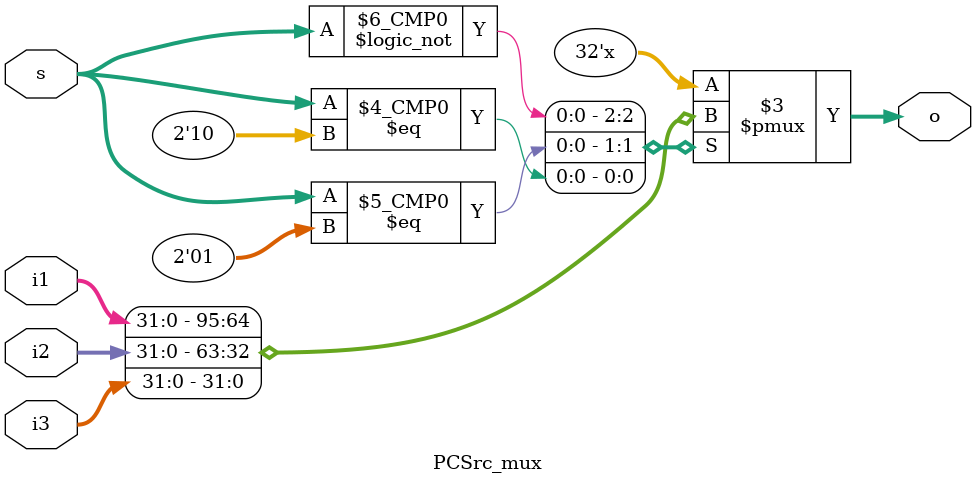
<source format=v>
`timescale 1ns / 1ps


module PCSrc_mux(
    input [1:0] s,
    input [31:0] i1,
    input [31:0] i2,
    input [31:0] i3,
    output reg [31:0] o
    );
    always@(*)
      begin
        case (s)
          2'b00: o = i1;
          2'b01: o = i2;
          2'b10: o = i3;
        endcase
      end
endmodule

</source>
